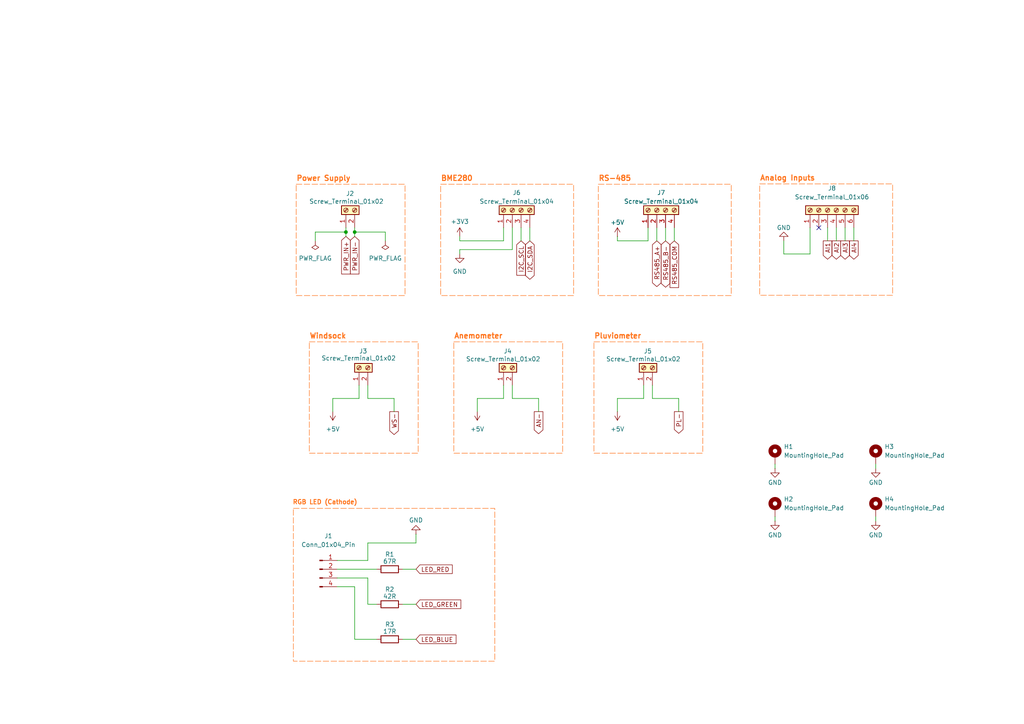
<source format=kicad_sch>
(kicad_sch (version 20231120) (generator "eeschema") (generator_version "8.0")
  (paper "A4")
  (title_block (title "ATL100 (Multiparametric Station) - THT Based") (date "2025-01-14") (rev "v0.1.0") (company "AgroTechLab (Laboratório de Desenvolvimento de Tecnologias para o Agrongócio)") (comment 1 "IFSC/Lages (Instituto Federal de Santa Catarina)") (comment 2 "Confidential (access prohibited without signing a non-disclosure agreement)") (comment 3 "Author: Robson Costa (robson.costa@ifsc.edu.br)") (comment 4 "Terminals"))
  (lib_symbols
    (symbol "Connector:Conn_01x04_Pin" (pin_names (offset 1.016) hide)
      (property "Reference" "J" (at 0 5.08 0))
      (property "Value" "Conn_01x04_Pin" (at 0 -7.62 0))
      (symbol "Conn_01x04_Pin_1_1"
        (polyline (pts (xy 1.27 -5.08) (xy 0.8636 -5.08)) (stroke (width 0.1524)))
        (polyline (pts (xy 1.27 -2.54) (xy 0.8636 -2.54)) (stroke (width 0.1524)))
        (polyline (pts (xy 1.27 0) (xy 0.8636 0)) (stroke (width 0.1524)))
        (polyline (pts (xy 1.27 2.54) (xy 0.8636 2.54)) (stroke (width 0.1524)))
        (rectangle (start 0.8636 -4.953) (end 0 -5.207) (stroke (width 0.1524)) (fill (type outline)))
        (rectangle (start 0.8636 -2.413) (end 0 -2.667) (stroke (width 0.1524)) (fill (type outline)))
        (rectangle (start 0.8636 0.127) (end 0 -0.127) (stroke (width 0.1524)) (fill (type outline)))
        (rectangle (start 0.8636 2.667) (end 0 2.413) (stroke (width 0.1524)) (fill (type outline)))
        (pin passive line (at 5.08 2.54 180) (length 3.81) (name "Pin_1") (number "1"))
        (pin passive line (at 5.08 0 180) (length 3.81) (name "Pin_2") (number "2"))
        (pin passive line (at 5.08 -2.54 180) (length 3.81) (name "Pin_3") (number "3"))
        (pin passive line (at 5.08 -5.08 180) (length 3.81) (name "Pin_4") (number "4"))
      )
    )
    (symbol "Connector:Screw_Terminal_01x02" (pin_names (offset 1.016) hide)
      (property "Reference" "J" (at 0 2.54 0))
      (property "Value" "Screw_Terminal_01x02" (at 0 -5.08 0))
      (symbol "Screw_Terminal_01x02_1_1"
        (rectangle (start -1.27 1.27) (end 1.27 -3.81) (stroke (width 0.254)) (fill (type background)))
        (circle (center 0 -2.54) (radius 0.635) (stroke (width 0.1524)))
        (polyline (pts (xy -0.5334 -2.2098) (xy 0.3302 -3.048)) (stroke (width 0.1524)))
        (polyline (pts (xy -0.5334 0.3302) (xy 0.3302 -0.508)) (stroke (width 0.1524)))
        (polyline (pts (xy -0.3556 -2.032) (xy 0.508 -2.8702)) (stroke (width 0.1524)))
        (polyline (pts (xy -0.3556 0.508) (xy 0.508 -0.3302)) (stroke (width 0.1524)))
        (circle (center 0 0) (radius 0.635) (stroke (width 0.1524)))
        (pin passive line (at -5.08 0 0) (length 3.81) (name "Pin_1") (number "1"))
        (pin passive line (at -5.08 -2.54 0) (length 3.81) (name "Pin_2") (number "2"))
      )
    )
    (symbol "Connector:Screw_Terminal_01x04" (pin_names (offset 1.016) hide)
      (property "Reference" "J" (at 0 5.08 0))
      (property "Value" "Screw_Terminal_01x04" (at 0 -7.62 0))
      (symbol "Screw_Terminal_01x04_1_1"
        (rectangle (start -1.27 3.81) (end 1.27 -6.35) (stroke (width 0.254)) (fill (type background)))
        (circle (center 0 -5.08) (radius 0.635) (stroke (width 0.1524)))
        (circle (center 0 -2.54) (radius 0.635) (stroke (width 0.1524)))
        (polyline (pts (xy -0.5334 -4.7498) (xy 0.3302 -5.588)) (stroke (width 0.1524)))
        (polyline (pts (xy -0.5334 -2.2098) (xy 0.3302 -3.048)) (stroke (width 0.1524)))
        (polyline (pts (xy -0.5334 0.3302) (xy 0.3302 -0.508)) (stroke (width 0.1524)))
        (polyline (pts (xy -0.5334 2.8702) (xy 0.3302 2.032)) (stroke (width 0.1524)))
        (polyline (pts (xy -0.3556 -4.572) (xy 0.508 -5.4102)) (stroke (width 0.1524)))
        (polyline (pts (xy -0.3556 -2.032) (xy 0.508 -2.8702)) (stroke (width 0.1524)))
        (polyline (pts (xy -0.3556 0.508) (xy 0.508 -0.3302)) (stroke (width 0.1524)))
        (polyline (pts (xy -0.3556 3.048) (xy 0.508 2.2098)) (stroke (width 0.1524)))
        (circle (center 0 0) (radius 0.635) (stroke (width 0.1524)))
        (circle (center 0 2.54) (radius 0.635) (stroke (width 0.1524)))
        (pin passive line (at -5.08 2.54 0) (length 3.81) (name "Pin_1") (number "1"))
        (pin passive line (at -5.08 0 0) (length 3.81) (name "Pin_2") (number "2"))
        (pin passive line (at -5.08 -2.54 0) (length 3.81) (name "Pin_3") (number "3"))
        (pin passive line (at -5.08 -5.08 0) (length 3.81) (name "Pin_4") (number "4"))
      )
    )
    (symbol "Connector:Screw_Terminal_01x06" (pin_names (offset 1.016) hide)
      (property "Reference" "J" (at 0 7.62 0))
      (property "Value" "Screw_Terminal_01x06" (at 0 -10.16 0))
      (symbol "Screw_Terminal_01x06_1_1"
        (rectangle (start -1.27 6.35) (end 1.27 -8.89) (stroke (width 0.254)) (fill (type background)))
        (circle (center 0 -7.62) (radius 0.635) (stroke (width 0.1524)))
        (circle (center 0 -5.08) (radius 0.635) (stroke (width 0.1524)))
        (circle (center 0 -2.54) (radius 0.635) (stroke (width 0.1524)))
        (polyline (pts (xy -0.5334 -7.2898) (xy 0.3302 -8.128)) (stroke (width 0.1524)))
        (polyline (pts (xy -0.5334 -4.7498) (xy 0.3302 -5.588)) (stroke (width 0.1524)))
        (polyline (pts (xy -0.5334 -2.2098) (xy 0.3302 -3.048)) (stroke (width 0.1524)))
        (polyline (pts (xy -0.5334 0.3302) (xy 0.3302 -0.508)) (stroke (width 0.1524)))
        (polyline (pts (xy -0.5334 2.8702) (xy 0.3302 2.032)) (stroke (width 0.1524)))
        (polyline (pts (xy -0.5334 5.4102) (xy 0.3302 4.572)) (stroke (width 0.1524)))
        (polyline (pts (xy -0.3556 -7.112) (xy 0.508 -7.9502)) (stroke (width 0.1524)))
        (polyline (pts (xy -0.3556 -4.572) (xy 0.508 -5.4102)) (stroke (width 0.1524)))
        (polyline (pts (xy -0.3556 -2.032) (xy 0.508 -2.8702)) (stroke (width 0.1524)))
        (polyline (pts (xy -0.3556 0.508) (xy 0.508 -0.3302)) (stroke (width 0.1524)))
        (polyline (pts (xy -0.3556 3.048) (xy 0.508 2.2098)) (stroke (width 0.1524)))
        (polyline (pts (xy -0.3556 5.588) (xy 0.508 4.7498)) (stroke (width 0.1524)))
        (circle (center 0 0) (radius 0.635) (stroke (width 0.1524)))
        (circle (center 0 2.54) (radius 0.635) (stroke (width 0.1524)))
        (circle (center 0 5.08) (radius 0.635) (stroke (width 0.1524)))
        (pin passive line (at -5.08 5.08 0) (length 3.81) (name "Pin_1") (number "1"))
        (pin passive line (at -5.08 2.54 0) (length 3.81) (name "Pin_2") (number "2"))
        (pin passive line (at -5.08 0 0) (length 3.81) (name "Pin_3") (number "3"))
        (pin passive line (at -5.08 -2.54 0) (length 3.81) (name "Pin_4") (number "4"))
        (pin passive line (at -5.08 -5.08 0) (length 3.81) (name "Pin_5") (number "5"))
        (pin passive line (at -5.08 -7.62 0) (length 3.81) (name "Pin_6") (number "6"))
      )
    )
    (symbol "Device:R" (pin_numbers hide) (pin_names (offset 0))
      (property "Reference" "R" (at 2.032 0 90))
      (property "Value" "R" (at 0 0 90))
      (symbol "R_0_1"
        (rectangle (start -1.016 -2.54) (end 1.016 2.54) (stroke (width 0.254)))
      )
      (symbol "R_1_1"
        (pin passive line (at 0 3.81 270) (length 1.27) (name "~") (number "1"))
        (pin passive line (at 0 -3.81 90) (length 1.27) (name "~") (number "2"))
      )
    )
    (symbol "Mechanical:MountingHole_Pad" (pin_numbers hide) (pin_names (offset 1.016) hide) (exclude_from_sim yes) (in_bom no)
      (property "Reference" "H" (at 0 6.35 0))
      (property "Value" "MountingHole_Pad" (at 0 4.445 0))
      (symbol "MountingHole_Pad_0_1"
        (circle (center 0 1.27) (radius 1.27) (stroke (width 1.27)))
      )
      (symbol "MountingHole_Pad_1_1"
        (pin input line (at 0 -2.54 90) (length 2.54) (name "1") (number "1"))
      )
    )
    (symbol "power:+3V3" (power) (pin_numbers hide) (pin_names (offset 0) hide)
      (property "Value" "+3V3" (at 0 3.556 0))
      (symbol "+3V3_0_1"
        (polyline (pts (xy -0.762 1.27) (xy 0 2.54)))
        (polyline (pts (xy 0 0) (xy 0 2.54)))
        (polyline (pts (xy 0 2.54) (xy 0.762 1.27)))
      )
      (symbol "+3V3_1_1"
        (pin power_in line (at 0 0 90) (length 0) (name "~") (number "1"))
      )
    )
    (symbol "power:+5V" (power) (pin_numbers hide) (pin_names (offset 0) hide)
      (property "Value" "+5V" (at 0 3.556 0))
      (symbol "+5V_0_1"
        (polyline (pts (xy -0.762 1.27) (xy 0 2.54)))
        (polyline (pts (xy 0 0) (xy 0 2.54)))
        (polyline (pts (xy 0 2.54) (xy 0.762 1.27)))
      )
      (symbol "+5V_1_1"
        (pin power_in line (at 0 0 90) (length 0) (name "~") (number "1"))
      )
    )
    (symbol "power:GND" (power) (pin_numbers hide) (pin_names (offset 0) hide)
      (property "Value" "GND" (at 0 -3.81 0))
      (symbol "GND_0_1"
        (polyline (pts (xy 0 0) (xy 0 -1.27) (xy 1.27 -1.27) (xy 0 -2.54) (xy -1.27 -1.27) (xy 0 -1.27)))
      )
      (symbol "GND_1_1"
        (pin power_in line (at 0 0 270) (length 0) (name "~") (number "1"))
      )
    )
    (symbol "power:PWR_FLAG" (power) (pin_numbers hide) (pin_names (offset 0) hide)
      (property "Value" "PWR_FLAG" (at 0 3.81 0))
      (symbol "PWR_FLAG_0_0"
        (pin power_out line (at 0 0 90) (length 0) (name "~") (number "1"))
      )
      (symbol "PWR_FLAG_0_1"
        (polyline (pts (xy 0 0) (xy 0 1.27) (xy -1.016 1.905) (xy 0 2.54) (xy 1.016 1.905) (xy 0 1.27)))
      )
    )
  )
  (junction (at 100.33 67.31))
  (junction (at 102.87 67.31))
  (no_connect (at 237.49 66.04))
  (wire (pts (xy 100.33 66.04) (xy 100.33 67.31)))
  (wire (pts (xy 102.87 66.04) (xy 102.87 67.31)))
  (wire (pts (xy 102.87 185.42) (xy 109.22 185.42)))
  (wire (pts (xy 97.79 162.56) (xy 106.68 162.56)))
  (wire (pts (xy 102.87 67.31) (xy 102.87 68.58)))
  (wire (pts (xy 254 149.86) (xy 254 151.13)))
  (wire (pts (xy 190.5 66.04) (xy 190.5 69.85)))
  (wire (pts (xy 151.13 66.04) (xy 151.13 69.85)))
  (wire (pts (xy 193.04 66.04) (xy 193.04 69.85)))
  (wire (pts (xy 91.44 69.85) (xy 91.44 67.31)))
  (wire (pts (xy 234.95 73.66) (xy 227.33 73.66)))
  (wire (pts (xy 106.68 175.26) (xy 109.22 175.26)))
  (wire (pts (xy 114.3 115.57) (xy 114.3 119.38)))
  (wire (pts (xy 116.84 165.1) (xy 120.65 165.1)))
  (wire (pts (xy 187.96 69.85) (xy 179.07 69.85)))
  (wire (pts (xy 179.07 115.57) (xy 179.07 119.38)))
  (wire (pts (xy 111.76 67.31) (xy 102.87 67.31)))
  (wire (pts (xy 114.3 115.57) (xy 106.68 115.57)))
  (wire (pts (xy 102.87 170.18) (xy 102.87 185.42)))
  (wire (pts (xy 224.79 134.62) (xy 224.79 135.89)))
  (wire (pts (xy 138.43 115.57) (xy 146.05 115.57)))
  (wire (pts (xy 116.84 175.26) (xy 120.65 175.26)))
  (wire (pts (xy 106.68 162.56) (xy 106.68 157.48)))
  (wire (pts (xy 100.33 67.31) (xy 100.33 68.58)))
  (wire (pts (xy 245.11 66.04) (xy 245.11 69.85)))
  (wire (pts (xy 106.68 115.57) (xy 106.68 111.76)))
  (wire (pts (xy 106.68 157.48) (xy 120.65 157.48)))
  (wire (pts (xy 148.59 115.57) (xy 148.59 111.76)))
  (wire (pts (xy 116.84 185.42) (xy 120.65 185.42)))
  (wire (pts (xy 148.59 72.39) (xy 133.35 72.39)))
  (wire (pts (xy 97.79 165.1) (xy 109.22 165.1)))
  (wire (pts (xy 156.21 115.57) (xy 156.21 119.38)))
  (wire (pts (xy 96.52 115.57) (xy 104.14 115.57)))
  (wire (pts (xy 189.23 115.57) (xy 189.23 111.76)))
  (wire (pts (xy 254 134.62) (xy 254 135.89)))
  (wire (pts (xy 148.59 115.57) (xy 156.21 115.57)))
  (wire (pts (xy 133.35 72.39) (xy 133.35 73.66)))
  (wire (pts (xy 247.65 66.04) (xy 247.65 69.85)))
  (wire (pts (xy 148.59 66.04) (xy 148.59 72.39)))
  (wire (pts (xy 224.79 149.86) (xy 224.79 151.13)))
  (wire (pts (xy 179.07 69.85) (xy 179.07 68.58)))
  (wire (pts (xy 153.67 66.04) (xy 153.67 69.85)))
  (wire (pts (xy 96.52 119.38) (xy 96.52 115.57)))
  (wire (pts (xy 111.76 69.85) (xy 111.76 67.31)))
  (wire (pts (xy 187.96 66.04) (xy 187.96 69.85)))
  (wire (pts (xy 102.87 170.18) (xy 97.79 170.18)))
  (wire (pts (xy 227.33 73.66) (xy 227.33 69.85)))
  (wire (pts (xy 138.43 119.38) (xy 138.43 115.57)))
  (wire (pts (xy 120.65 157.48) (xy 120.65 154.94)))
  (wire (pts (xy 242.57 66.04) (xy 242.57 69.85)))
  (wire (pts (xy 186.69 111.76) (xy 186.69 115.57)))
  (wire (pts (xy 146.05 69.85) (xy 146.05 66.04)))
  (wire (pts (xy 196.85 115.57) (xy 196.85 119.38)))
  (wire (pts (xy 104.14 111.76) (xy 104.14 115.57)))
  (wire (pts (xy 240.03 66.04) (xy 240.03 69.85)))
  (wire (pts (xy 186.69 115.57) (xy 179.07 115.57)))
  (wire (pts (xy 91.44 67.31) (xy 100.33 67.31)))
  (wire (pts (xy 133.35 69.85) (xy 146.05 69.85)))
  (wire (pts (xy 195.58 66.04) (xy 195.58 69.85)))
  (wire (pts (xy 196.85 115.57) (xy 189.23 115.57)))
  (wire (pts (xy 133.35 69.85) (xy 133.35 68.58)))
  (wire (pts (xy 106.68 175.26) (xy 106.68 167.64)))
  (wire (pts (xy 234.95 66.04) (xy 234.95 73.66)))
  (wire (pts (xy 146.05 111.76) (xy 146.05 115.57)))
  (wire (pts (xy 106.68 167.64) (xy 97.79 167.64)))
  (rectangle (start 220.345 53.34) (end 258.898 85.634) (stroke (width 0) (type dash) (color 255 114 26 1)))
  (rectangle (start 131.627 99.151) (end 163.195 131.445) (stroke (width 0) (type dash) (color 255 114 26 1)))
  (rectangle (start 85.907 53.431) (end 117.475 85.725) (stroke (width 0) (type dash) (color 255 114 26 1)))
  (rectangle (start 127.817 53.431) (end 166.37 85.725) (stroke (width 0) (type dash) (color 255 114 26 1)))
  (rectangle (start 89.717 99.151) (end 121.285 131.445) (stroke (width 0) (type dash) (color 255 114 26 1)))
  (rectangle (start 85.09 147.447) (end 143.51 191.77) (stroke (width 0) (type dash) (color 255 114 26 1)))
  (rectangle (start 173.537 53.431) (end 212.09 85.725) (stroke (width 0) (type dash) (color 255 114 26 1)))
  (rectangle (start 172.267 99.151) (end 203.835 131.445) (stroke (width 0) (type dash) (color 255 114 26 1)))
  (text "Anemometer" (at 131.627 98.516 0) (effects (font (size 1.524 1.524) (thickness 0.3048) (bold yes)) (justify left bottom)))
  (text "Windsock" (at 89.717 98.516 0) (effects (font (size 1.524 1.524) (thickness 0.3048) (bold yes)) (justify left bottom)))
  (text "Pluviometer" (at 172.267 98.516 0) (effects (font (size 1.524 1.524) (thickness 0.3048) (bold yes)) (justify left bottom)))
  (text "Analog Inputs" (at 220.345 52.705 0) (effects (font (size 1.524 1.524) (thickness 0.3048) (bold yes)) (justify left bottom)))
  (text "Power Supply" (at 85.907 52.796 0) (effects (font (size 1.524 1.524) (thickness 0.3048) (bold yes)) (justify left bottom)))
  (text "BME280" (at 127.817 52.796 0) (effects (font (size 1.524 1.524) (thickness 0.3048) (bold yes)) (justify left bottom)))
  (text "RS-485" (at 173.537 52.796 0) (effects (font (size 1.524 1.524) (thickness 0.3048) (bold yes)) (justify left bottom)))
  (text "RGB LED (Cathode)" (at 84.836 146.558 0) (effects (font (size 1.27 1.27) (thickness 0.254) (bold yes)) (justify left bottom)))
  (global_label "WS-" (shape output) (at 114.3 119.38 270) (property "Intersheetrefs" "${INTERSHEET_REFS}" (effects (hide yes))))
  (global_label "PWR_IN-" (shape input) (at 102.87 68.58 270) (property "Intersheetrefs" "${INTERSHEET_REFS}" (effects (hide yes))))
  (global_label "AI3" (shape output) (at 245.11 69.85 270) (property "Intersheetrefs" "${INTERSHEET_REFS}" (effects (hide yes))))
  (global_label "AI4" (shape output) (at 247.65 69.85 270) (property "Intersheetrefs" "${INTERSHEET_REFS}" (effects (hide yes))))
  (global_label "LED_GREEN" (shape input) (at 120.65 175.26 0) (property "Intersheetrefs" "${INTERSHEET_REFS}" (effects (hide yes))))
  (global_label "PL-" (shape output) (at 196.85 119.38 270) (property "Intersheetrefs" "${INTERSHEET_REFS}" (effects (hide yes))))
  (global_label "RS485_B-" (shape bidirectional) (at 193.04 69.85 270) (property "Intersheetrefs" "${INTERSHEET_REFS}" (effects (hide yes))))
  (global_label "RS485_A+" (shape bidirectional) (at 190.5 69.85 270) (property "Intersheetrefs" "${INTERSHEET_REFS}" (effects (hide yes))))
  (global_label "I2C_SCL" (shape input) (at 151.13 69.85 270) (property "Intersheetrefs" "${INTERSHEET_REFS}" (effects (hide yes))))
  (global_label "PWR_IN+" (shape input) (at 100.33 68.58 270) (property "Intersheetrefs" "${INTERSHEET_REFS}" (effects (hide yes))))
  (global_label "I2C_SDA" (shape bidirectional) (at 153.67 69.85 270) (property "Intersheetrefs" "${INTERSHEET_REFS}" (effects (hide yes))))
  (global_label "AN-" (shape output) (at 156.21 119.38 270) (property "Intersheetrefs" "${INTERSHEET_REFS}" (effects (hide yes))))
  (global_label "LED_RED" (shape input) (at 120.65 165.1 0) (property "Intersheetrefs" "${INTERSHEET_REFS}" (effects (hide yes))))
  (global_label "RS485_COM" (shape input) (at 195.58 69.85 270) (property "Intersheetrefs" "${INTERSHEET_REFS}" (effects (hide yes))))
  (global_label "AI1" (shape output) (at 240.03 69.85 270) (property "Intersheetrefs" "${INTERSHEET_REFS}" (effects (hide yes))))
  (global_label "LED_BLUE" (shape input) (at 120.65 185.42 0) (property "Intersheetrefs" "${INTERSHEET_REFS}" (effects (hide yes))))
  (global_label "AI2" (shape output) (at 242.57 69.85 270) (property "Intersheetrefs" "${INTERSHEET_REFS}" (effects (hide yes))))
  (symbol (lib_id "Device:R") (at 113.03 185.42 90) (unit 1)
    (property "Reference" "R3" (at 113.03 181.102 90))
    (property "Value" "17R" (at 113.03 183.134 90))
    (property "Footprint" "Resistor_THT:R_Axial_DIN0207_L6.3mm_D2.5mm_P10.16mm_Horizontal" (effects (hide yes)))
    (property "Description" "Metal Film Resistor, 17Ω, 1%, 1/4W" (effects (hide yes)))
    (property "Manufacturer" "Std" (effects (hide yes)))
    (property "Part Number" "Std" (effects (hide yes)))
  )
  (symbol (lib_id "power:GND") (at 120.65 154.94 180) (unit 1)
    (property "Reference" "#PWR02" (effects (hide yes)))
    (property "Value" "GND" (at 120.65 150.876 0))
    (property "Description" "Power symbol creates a global label with name \"GND\" , ground" (effects (hide yes)))
  )
  (symbol (lib_id "Connector:Screw_Terminal_01x02") (at 186.69 106.68 90) (unit 1)
    (property "Reference" "J5" (at 186.69 101.854 90) (effects (justify right)))
    (property "Value" "Screw_Terminal_01x02" (at 175.768 104.14 90) (effects (justify right)))
    (property "Footprint" "TerminalBlock_Phoenix:TerminalBlock_Phoenix_MKDS-1,5-2-5.08_1x02_P5.08mm_Horizontal" (effects (hide yes)))
    (property "Description" "Fixed Terminal Blocks, screw type, 5.00 , horizontal, 2 poles, PCB mount" (effects (hide yes)))
    (property "Manufacturer" "Std" (effects (hide yes)))
    (property "Part Number" "Std" (effects (hide yes)))
  )
  (symbol (lib_id "power:+5V") (at 96.52 119.38 180) (unit 1)
    (property "Reference" "#PWR01" (effects (hide yes)))
    (property "Value" "+5V" (at 96.52 124.46 0))
    (property "Description" "Power symbol creates a global label with name \"+5V\"" (effects (hide yes)))
  )
  (symbol (lib_id "Device:R") (at 113.03 175.26 90) (unit 1)
    (property "Reference" "R2" (at 113.03 170.942 90))
    (property "Value" "42R" (at 113.03 172.974 90))
    (property "Footprint" "Resistor_THT:R_Axial_DIN0207_L6.3mm_D2.5mm_P10.16mm_Horizontal" (effects (hide yes)))
    (property "Description" "Metal Film Resistor, 42Ω, 1%, 1/4W" (effects (hide yes)))
    (property "Manufacturer" "Std" (effects (hide yes)))
    (property "Part Number" "Std" (effects (hide yes)))
  )
  (symbol (lib_id "power:PWR_FLAG") (at 111.76 69.85 180) (unit 1)
    (property "Reference" "#FLG02" (effects (hide yes)))
    (property "Value" "PWR_FLAG" (at 111.76 74.93 0))
    (property "Description" "Special symbol for telling ERC where power comes from" (effects (hide yes)))
  )
  (symbol (lib_id "power:GND") (at 224.79 135.89 0) (unit 1)
    (property "Reference" "#PWR032" (effects (hide yes)))
    (property "Value" "GND" (at 224.79 139.954 0))
    (property "Description" "Power symbol creates a global label with name \"GND\" , ground" (effects (hide yes)))
  )
  (symbol (lib_id "Connector:Screw_Terminal_01x02") (at 100.33 60.96 90) (unit 1)
    (property "Reference" "J2" (at 100.33 56.134 90) (effects (justify right)))
    (property "Value" "Screw_Terminal_01x02" (at 89.662 58.42 90) (effects (justify right)))
    (property "Footprint" "TerminalBlock_Phoenix:TerminalBlock_Phoenix_MKDS-1,5-2-5.08_1x02_P5.08mm_Horizontal" (effects (hide yes)))
    (property "Description" "Fixed Terminal Blocks, screw type, 5.00 , horizontal, 2 poles, PCB mount" (effects (hide yes)))
    (property "Manufacturer" "Std" (effects (hide yes)))
    (property "Part Number" "Std" (effects (hide yes)))
  )
  (symbol (lib_id "power:+3V3") (at 133.35 68.58 0) (unit 1)
    (property "Reference" "#PWR03" (effects (hide yes)))
    (property "Value" "+3V3" (at 133.35 64.262 0))
    (property "Description" "Power symbol creates a global label with name \"+3V3\"" (effects (hide yes)))
  )
  (symbol (lib_id "Connector:Screw_Terminal_01x02") (at 146.05 106.68 90) (unit 1)
    (property "Reference" "J4" (at 146.05 101.854 90) (effects (justify right)))
    (property "Value" "Screw_Terminal_01x02" (at 135.128 104.14 90) (effects (justify right)))
    (property "Footprint" "TerminalBlock_Phoenix:TerminalBlock_Phoenix_MKDS-1,5-2-5.08_1x02_P5.08mm_Horizontal" (effects (hide yes)))
    (property "Description" "Fixed Terminal Blocks, screw type, 5.00 , horizontal, 2 poles, PCB mount" (effects (hide yes)))
    (property "Manufacturer" "Std" (effects (hide yes)))
    (property "Part Number" "Std" (effects (hide yes)))
  )
  (symbol (lib_id "Connector:Screw_Terminal_01x02") (at 104.14 106.68 90) (unit 1)
    (property "Reference" "J3" (at 104.14 101.854 90) (effects (justify right)))
    (property "Value" "Screw_Terminal_01x02" (at 93.218 103.886 90) (effects (justify right)))
    (property "Footprint" "TerminalBlock_Phoenix:TerminalBlock_Phoenix_MKDS-1,5-2-5.08_1x02_P5.08mm_Horizontal" (effects (hide yes)))
    (property "Description" "Fixed Terminal Blocks, screw type, 5.00 , horizontal, 2 poles, PCB mount" (effects (hide yes)))
    (property "Manufacturer" "Std" (effects (hide yes)))
    (property "Part Number" "Std" (effects (hide yes)))
  )
  (symbol (lib_id "Mechanical:MountingHole_Pad") (at 224.79 147.32 0) (unit 1) (exclude_from_sim yes) (in_bom no)
    (property "Reference" "H2" (at 227.33 144.7799 0) (effects (justify left)))
    (property "Value" "MountingHole_Pad" (at 227.33 147.3199 0) (effects (justify left)))
    (property "Footprint" "MountingHole:MountingHole_2.2mm_M2_Pad_Via" (effects (hide yes)))
    (property "Description" "Mounting Hole with connection" (effects (hide yes)))
  )
  (symbol (lib_id "Connector:Screw_Terminal_01x04") (at 190.5 60.96 90) (unit 1)
    (property "Reference" "J7" (at 191.77 55.88 90))
    (property "Value" "Screw_Terminal_01x04" (at 191.77 58.42 90))
    (property "Footprint" "TerminalBlock_Phoenix:TerminalBlock_Phoenix_MKDS-1,5-4-5.08_1x04_P5.08mm_Horizontal" (effects (hide yes)))
    (property "Description" "Generic screw terminal, single row, 01x04, script generated (kicad-library-utils/schlib/autogen/connector/)" (effects (hide yes)))
    (property "Manufacturer" "Std" (effects (hide yes)))
    (property "Part Number" "Std" (effects (hide yes)))
  )
  (symbol (lib_id "power:GND") (at 254 151.13 0) (unit 1)
    (property "Reference" "#PWR035" (effects (hide yes)))
    (property "Value" "GND" (at 254 155.194 0))
    (property "Description" "Power symbol creates a global label with name \"GND\" , ground" (effects (hide yes)))
  )
  (symbol (lib_id "Connector:Screw_Terminal_01x04") (at 148.59 60.96 90) (unit 1)
    (property "Reference" "J6" (at 149.86 55.88 90))
    (property "Value" "Screw_Terminal_01x04" (at 149.86 58.42 90))
    (property "Footprint" "TerminalBlock_Phoenix:TerminalBlock_Phoenix_MKDS-1,5-4-5.08_1x04_P5.08mm_Horizontal" (effects (hide yes)))
    (property "Description" "Generic screw terminal, single row, 01x04, script generated (kicad-library-utils/schlib/autogen/connector/)" (effects (hide yes)))
    (property "Manufacturer" "Std" (effects (hide yes)))
    (property "Part Number" "Std" (effects (hide yes)))
  )
  (symbol (lib_id "power:+5V") (at 138.43 119.38 180) (unit 1)
    (property "Reference" "#PWR05" (effects (hide yes)))
    (property "Value" "+5V" (at 138.43 124.46 0))
    (property "Description" "Power symbol creates a global label with name \"+5V\"" (effects (hide yes)))
  )
  (symbol (lib_id "Mechanical:MountingHole_Pad") (at 254 147.32 0) (unit 1) (exclude_from_sim yes) (in_bom no)
    (property "Reference" "H4" (at 256.54 144.7799 0) (effects (justify left)))
    (property "Value" "MountingHole_Pad" (at 256.54 147.3199 0) (effects (justify left)))
    (property "Footprint" "MountingHole:MountingHole_2.2mm_M2_Pad_Via" (effects (hide yes)))
    (property "Description" "Mounting Hole with connection" (effects (hide yes)))
  )
  (symbol (lib_id "power:+5V") (at 179.07 68.58 0) (unit 1)
    (property "Reference" "#PWR042" (effects (hide yes)))
    (property "Value" "+5V" (at 179.07 64.516 0))
    (property "Description" "Power symbol creates a global label with name \"+5V\"" (effects (hide yes)))
  )
  (symbol (lib_id "Mechanical:MountingHole_Pad") (at 224.79 132.08 0) (unit 1) (exclude_from_sim yes) (in_bom no)
    (property "Reference" "H1" (at 227.33 129.5399 0) (effects (justify left)))
    (property "Value" "MountingHole_Pad" (at 227.33 132.0799 0) (effects (justify left)))
    (property "Footprint" "MountingHole:MountingHole_2.2mm_M2_Pad_Via" (effects (hide yes)))
    (property "Description" "Mounting Hole with connection" (effects (hide yes)))
  )
  (symbol (lib_id "Connector:Conn_01x04_Pin") (at 92.71 165.1 0) (unit 1)
    (property "Reference" "J1" (at 95.25 155.448 0))
    (property "Value" "Conn_01x04_Pin" (at 95.25 157.988 0))
    (property "Footprint" "Connector_PinHeader_2.54mm:PinHeader_1x04_P2.54mm_Vertical" (effects (hide yes)))
    (property "Description" "Generic connector, single row, 01x04, script generated" (effects (hide yes)))
    (property "Manufacturer" "Std" (effects (hide yes)))
    (property "Part Number" "Std" (effects (hide yes)))
  )
  (symbol (lib_id "power:GND") (at 254 135.89 0) (unit 1)
    (property "Reference" "#PWR034" (effects (hide yes)))
    (property "Value" "GND" (at 254 139.954 0))
    (property "Description" "Power symbol creates a global label with name \"GND\" , ground" (effects (hide yes)))
  )
  (symbol (lib_id "power:GND") (at 227.33 69.85 180) (unit 1)
    (property "Reference" "#PWR043" (effects (hide yes)))
    (property "Value" "GND" (at 227.33 66.04 0))
    (property "Description" "Power symbol creates a global label with name \"GND\" , ground" (effects (hide yes)))
  )
  (symbol (lib_id "power:GND") (at 133.35 73.66 0) (unit 1)
    (property "Reference" "#PWR04" (effects (hide yes)))
    (property "Value" "GND" (at 133.35 78.74 0))
    (property "Description" "Power symbol creates a global label with name \"GND\" , ground" (effects (hide yes)))
  )
  (symbol (lib_id "power:PWR_FLAG") (at 91.44 69.85 180) (unit 1)
    (property "Reference" "#FLG01" (effects (hide yes)))
    (property "Value" "PWR_FLAG" (at 91.44 74.93 0))
    (property "Description" "Special symbol for telling ERC where power comes from" (effects (hide yes)))
  )
  (symbol (lib_id "power:GND") (at 224.79 151.13 0) (unit 1)
    (property "Reference" "#PWR033" (effects (hide yes)))
    (property "Value" "GND" (at 224.79 155.194 0))
    (property "Description" "Power symbol creates a global label with name \"GND\" , ground" (effects (hide yes)))
  )
  (symbol (lib_id "Device:R") (at 113.03 165.1 90) (unit 1)
    (property "Reference" "R1" (at 113.03 160.782 90))
    (property "Value" "67R" (at 113.03 162.814 90))
    (property "Footprint" "Resistor_THT:R_Axial_DIN0207_L6.3mm_D2.5mm_P10.16mm_Horizontal" (effects (hide yes)))
    (property "Description" "Metal Film Resistor, 67Ω, 1%, 1/4W" (effects (hide yes)))
    (property "Manufacturer" "Std" (effects (hide yes)))
    (property "Part Number" "Std" (effects (hide yes)))
  )
  (symbol (lib_id "Mechanical:MountingHole_Pad") (at 254 132.08 0) (unit 1) (exclude_from_sim yes) (in_bom no)
    (property "Reference" "H3" (at 256.54 129.5399 0) (effects (justify left)))
    (property "Value" "MountingHole_Pad" (at 256.54 132.0799 0) (effects (justify left)))
    (property "Footprint" "MountingHole:MountingHole_2.2mm_M2_Pad_Via" (effects (hide yes)))
    (property "Description" "Mounting Hole with connection" (effects (hide yes)))
  )
  (symbol (lib_id "Connector:Screw_Terminal_01x06") (at 240.03 60.96 90) (unit 1)
    (property "Reference" "J8" (at 241.3 54.61 90))
    (property "Value" "Screw_Terminal_01x06" (at 241.3 57.15 90))
    (property "Footprint" "TerminalBlock_Phoenix:TerminalBlock_Phoenix_MKDS-1,5-6-5.08_1x06_P5.08mm_Horizontal" (effects (hide yes)))
    (property "Description" "Generic screw terminal, single row, 01x06, script generated (kicad-library-utils/schlib/autogen/connector/)" (effects (hide yes)))
    (property "Manufacturer" "Std" (effects (hide yes)))
    (property "Part Number" "Std" (effects (hide yes)))
  )
  (symbol (lib_id "power:+5V") (at 179.07 119.38 180) (unit 1)
    (property "Reference" "#PWR06" (effects (hide yes)))
    (property "Value" "+5V" (at 179.07 124.46 0))
    (property "Description" "Power symbol creates a global label with name \"+5V\"" (effects (hide yes)))
  )
)
</source>
